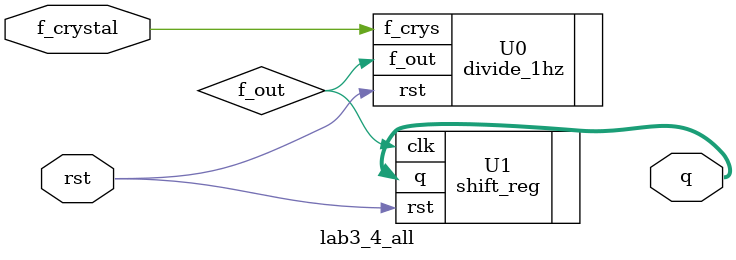
<source format=v>
`timescale 1ns / 1ps


module lab3_4_all(f_crystal,rst,q);
input f_crystal;
input rst;
output [7:0]q;


wire [7:0]q;
wire f_out;

divide_1hz U0(.f_crys(f_crystal),.rst(rst),.f_out(f_out));

shift_reg U1(.q(q),.clk(f_out),.rst(rst));



endmodule

</source>
